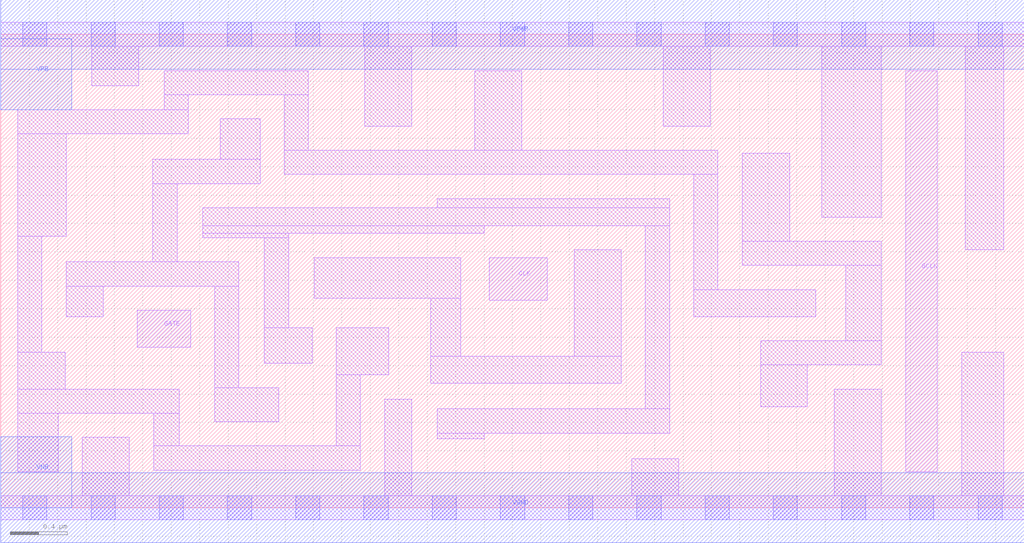
<source format=lef>
# Copyright 2020 The SkyWater PDK Authors
#
# Licensed under the Apache License, Version 2.0 (the "License");
# you may not use this file except in compliance with the License.
# You may obtain a copy of the License at
#
#     https://www.apache.org/licenses/LICENSE-2.0
#
# Unless required by applicable law or agreed to in writing, software
# distributed under the License is distributed on an "AS IS" BASIS,
# WITHOUT WARRANTIES OR CONDITIONS OF ANY KIND, either express or implied.
# See the License for the specific language governing permissions and
# limitations under the License.
#
# SPDX-License-Identifier: Apache-2.0

VERSION 5.5 ;
NAMESCASESENSITIVE ON ;
BUSBITCHARS "[]" ;
DIVIDERCHAR "/" ;
MACRO sky130_fd_sc_lp__dlclkp_2
  CLASS CORE ;
  SOURCE USER ;
  ORIGIN  0.000000  0.000000 ;
  SIZE  7.200000 BY  3.330000 ;
  SYMMETRY X Y R90 ;
  SITE unit ;
  PIN GATE
    ANTENNAGATEAREA  0.159000 ;
    DIRECTION INPUT ;
    USE SIGNAL ;
    PORT
      LAYER li1 ;
        RECT 0.960000 1.130000 1.335000 1.390000 ;
    END
  END GATE
  PIN GCLK
    ANTENNADIFFAREA  0.588000 ;
    DIRECTION OUTPUT ;
    USE SIGNAL ;
    PORT
      LAYER li1 ;
        RECT 6.365000 0.255000 6.590000 3.075000 ;
    END
  END GCLK
  PIN CLK
    ANTENNAGATEAREA  0.318000 ;
    DIRECTION INPUT ;
    USE CLOCK ;
    PORT
      LAYER li1 ;
        RECT 3.435000 1.460000 3.845000 1.760000 ;
    END
  END CLK
  PIN VGND
    DIRECTION INOUT ;
    USE GROUND ;
    PORT
      LAYER met1 ;
        RECT 0.000000 -0.245000 7.200000 0.245000 ;
    END
  END VGND
  PIN VNB
    DIRECTION INOUT ;
    USE GROUND ;
    PORT
    END
  END VNB
  PIN VPB
    DIRECTION INOUT ;
    USE POWER ;
    PORT
    END
  END VPB
  PIN VNB
    DIRECTION INOUT ;
    USE GROUND ;
    PORT
      LAYER met1 ;
        RECT 0.000000 0.000000 0.500000 0.500000 ;
    END
  END VNB
  PIN VPB
    DIRECTION INOUT ;
    USE POWER ;
    PORT
      LAYER met1 ;
        RECT 0.000000 2.800000 0.500000 3.300000 ;
    END
  END VPB
  PIN VPWR
    DIRECTION INOUT ;
    USE POWER ;
    PORT
      LAYER met1 ;
        RECT 0.000000 3.085000 7.200000 3.575000 ;
    END
  END VPWR
  OBS
    LAYER li1 ;
      RECT 0.000000 -0.085000 7.200000 0.085000 ;
      RECT 0.000000  3.245000 7.200000 3.415000 ;
      RECT 0.120000  0.255000 0.405000 0.665000 ;
      RECT 0.120000  0.665000 1.255000 0.835000 ;
      RECT 0.120000  0.835000 0.455000 1.095000 ;
      RECT 0.120000  1.095000 0.290000 1.910000 ;
      RECT 0.120000  1.910000 0.460000 2.630000 ;
      RECT 0.120000  2.630000 1.320000 2.800000 ;
      RECT 0.460000  1.345000 0.720000 1.560000 ;
      RECT 0.460000  1.560000 1.675000 1.730000 ;
      RECT 0.575000  0.085000 0.905000 0.495000 ;
      RECT 0.640000  2.970000 0.970000 3.245000 ;
      RECT 1.070000  1.730000 1.240000 2.280000 ;
      RECT 1.070000  2.280000 1.825000 2.450000 ;
      RECT 1.075000  0.265000 2.530000 0.435000 ;
      RECT 1.075000  0.435000 1.255000 0.665000 ;
      RECT 1.150000  2.800000 1.320000 2.905000 ;
      RECT 1.150000  2.905000 2.165000 3.075000 ;
      RECT 1.420000  1.900000 2.025000 1.930000 ;
      RECT 1.420000  1.930000 3.400000 1.985000 ;
      RECT 1.420000  1.985000 4.705000 2.110000 ;
      RECT 1.505000  0.605000 1.955000 0.845000 ;
      RECT 1.505000  0.845000 1.675000 1.560000 ;
      RECT 1.545000  2.450000 1.825000 2.735000 ;
      RECT 1.855000  1.015000 2.190000 1.265000 ;
      RECT 1.855000  1.265000 2.025000 1.900000 ;
      RECT 1.995000  2.345000 5.045000 2.515000 ;
      RECT 1.995000  2.515000 2.165000 2.905000 ;
      RECT 2.205000  1.475000 3.235000 1.760000 ;
      RECT 2.360000  0.435000 2.530000 0.935000 ;
      RECT 2.360000  0.935000 2.730000 1.265000 ;
      RECT 2.560000  2.685000 2.890000 3.245000 ;
      RECT 2.700000  0.085000 2.890000 0.765000 ;
      RECT 3.025000  0.875000 4.365000 1.065000 ;
      RECT 3.025000  1.065000 3.235000 1.475000 ;
      RECT 3.070000  0.485000 3.400000 0.525000 ;
      RECT 3.070000  0.525000 4.705000 0.695000 ;
      RECT 3.070000  2.110000 4.705000 2.175000 ;
      RECT 3.335000  2.515000 3.665000 3.075000 ;
      RECT 4.035000  1.065000 4.365000 1.815000 ;
      RECT 4.440000  0.085000 4.770000 0.345000 ;
      RECT 4.535000  0.695000 4.705000 1.985000 ;
      RECT 4.660000  2.685000 4.990000 3.245000 ;
      RECT 4.875000  1.345000 5.735000 1.535000 ;
      RECT 4.875000  1.535000 5.045000 2.345000 ;
      RECT 5.215000  1.705000 6.195000 1.875000 ;
      RECT 5.215000  1.875000 5.550000 2.495000 ;
      RECT 5.345000  0.710000 5.675000 1.005000 ;
      RECT 5.345000  1.005000 6.195000 1.175000 ;
      RECT 5.775000  2.045000 6.195000 3.245000 ;
      RECT 5.865000  0.085000 6.195000 0.835000 ;
      RECT 5.945000  1.175000 6.195000 1.705000 ;
      RECT 6.760000  0.085000 7.055000 1.095000 ;
      RECT 6.785000  1.815000 7.055000 3.245000 ;
    LAYER mcon ;
      RECT 0.155000 -0.085000 0.325000 0.085000 ;
      RECT 0.155000  3.245000 0.325000 3.415000 ;
      RECT 0.635000 -0.085000 0.805000 0.085000 ;
      RECT 0.635000  3.245000 0.805000 3.415000 ;
      RECT 1.115000 -0.085000 1.285000 0.085000 ;
      RECT 1.115000  3.245000 1.285000 3.415000 ;
      RECT 1.595000 -0.085000 1.765000 0.085000 ;
      RECT 1.595000  3.245000 1.765000 3.415000 ;
      RECT 2.075000 -0.085000 2.245000 0.085000 ;
      RECT 2.075000  3.245000 2.245000 3.415000 ;
      RECT 2.555000 -0.085000 2.725000 0.085000 ;
      RECT 2.555000  3.245000 2.725000 3.415000 ;
      RECT 3.035000 -0.085000 3.205000 0.085000 ;
      RECT 3.035000  3.245000 3.205000 3.415000 ;
      RECT 3.515000 -0.085000 3.685000 0.085000 ;
      RECT 3.515000  3.245000 3.685000 3.415000 ;
      RECT 3.995000 -0.085000 4.165000 0.085000 ;
      RECT 3.995000  3.245000 4.165000 3.415000 ;
      RECT 4.475000 -0.085000 4.645000 0.085000 ;
      RECT 4.475000  3.245000 4.645000 3.415000 ;
      RECT 4.955000 -0.085000 5.125000 0.085000 ;
      RECT 4.955000  3.245000 5.125000 3.415000 ;
      RECT 5.435000 -0.085000 5.605000 0.085000 ;
      RECT 5.435000  3.245000 5.605000 3.415000 ;
      RECT 5.915000 -0.085000 6.085000 0.085000 ;
      RECT 5.915000  3.245000 6.085000 3.415000 ;
      RECT 6.395000 -0.085000 6.565000 0.085000 ;
      RECT 6.395000  3.245000 6.565000 3.415000 ;
      RECT 6.875000 -0.085000 7.045000 0.085000 ;
      RECT 6.875000  3.245000 7.045000 3.415000 ;
  END
END sky130_fd_sc_lp__dlclkp_2
END LIBRARY

</source>
